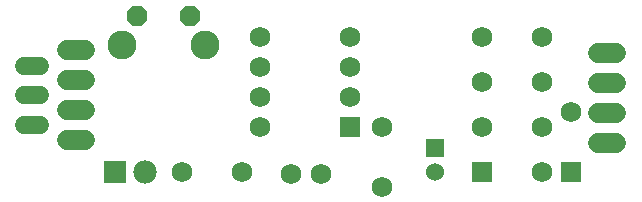
<source format=gbs>
G75*
%MOIN*%
%OFA0B0*%
%FSLAX24Y24*%
%IPPOS*%
%LPD*%
%AMOC8*
5,1,8,0,0,1.08239X$1,22.5*
%
%ADD10C,0.0680*%
%ADD11C,0.0780*%
%ADD12R,0.0780X0.0780*%
%ADD13R,0.0680X0.0680*%
%ADD14R,0.0600X0.0600*%
%ADD15C,0.0600*%
%ADD16C,0.0680*%
%ADD17OC8,0.0680*%
%ADD18C,0.0965*%
%ADD19C,0.0600*%
D10*
X006453Y001680D03*
X008453Y001680D03*
X010087Y001613D03*
X011087Y001613D03*
X013126Y001180D03*
X013126Y003180D03*
X012047Y004180D03*
X012047Y005180D03*
X012047Y006180D03*
X009047Y006180D03*
X009047Y005180D03*
X009047Y004180D03*
X009047Y003180D03*
X016469Y003180D03*
X018469Y003180D03*
X019417Y003684D03*
X018469Y004680D03*
X016469Y004680D03*
X016469Y006180D03*
X018469Y006180D03*
X018469Y001680D03*
D11*
X005217Y001680D03*
D12*
X004217Y001680D03*
D13*
X012047Y003180D03*
X016469Y001680D03*
X019417Y001684D03*
D14*
X014890Y002478D03*
D15*
X014890Y001678D03*
D16*
X020330Y002641D02*
X020930Y002641D01*
X020930Y003641D02*
X020330Y003641D01*
X020330Y004641D02*
X020930Y004641D01*
X020930Y005641D02*
X020330Y005641D01*
X003225Y005735D02*
X002625Y005735D01*
X002625Y004735D02*
X003225Y004735D01*
X003225Y003735D02*
X002625Y003735D01*
X002625Y002735D02*
X003225Y002735D01*
D17*
X004949Y006890D03*
X006729Y006890D03*
D18*
X007219Y005910D03*
X004459Y005910D03*
D19*
X001718Y005220D02*
X001198Y005220D01*
X001198Y004236D02*
X001718Y004236D01*
X001718Y003251D02*
X001198Y003251D01*
M02*

</source>
